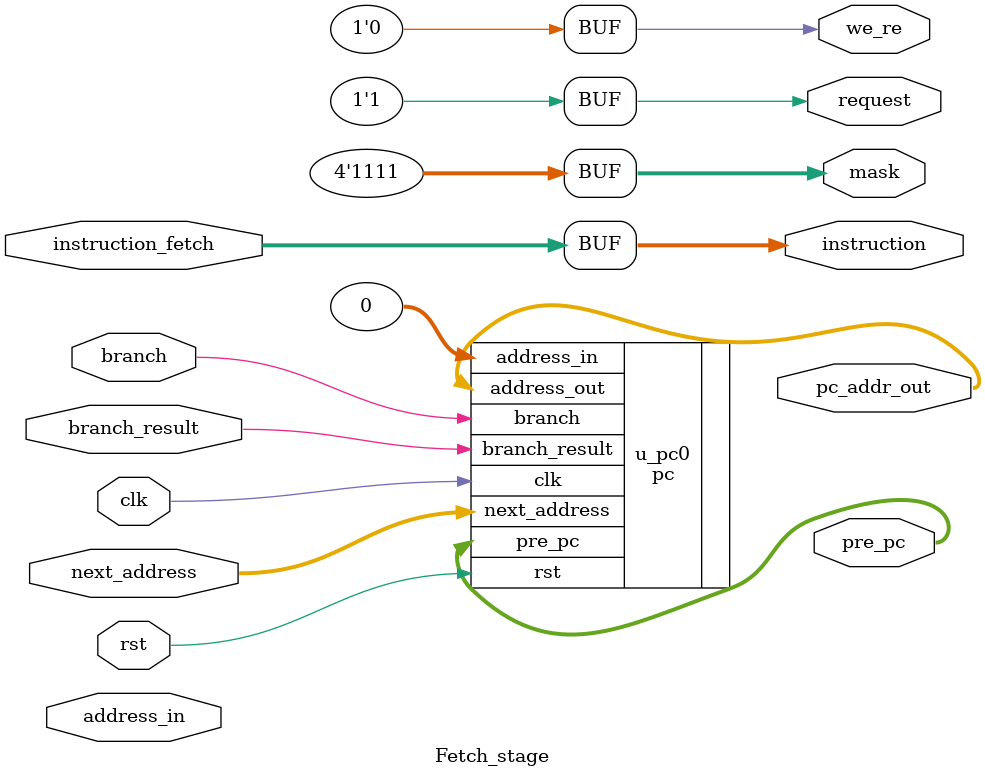
<source format=sv>


module Fetch_stage
#
(
parameter INSTRUCTION =32,
parameter ADDRESS=32
)
(
   input  clk,
   input  rst,
/* verilator lint_off UNUSED */
   input  [ADDRESS-1:0] address_in,
   input  [ADDRESS-1:0] next_address,
   input  [INSTRUCTION-1:0] instruction_fetch,
   input  branch,
   input  branch_result,

   output logic request,
   output logic we_re,
   output logic [3:0]mask,
   output logic [INSTRUCTION-1:0] instruction,
   output logic [ADDRESS-1:0] pre_pc,
   output logic [ADDRESS-1:0] pc_addr_out
   );
        // PROGRAM COUNTER
pc u_pc0 
(
    .clk(clk),
    .rst(rst),
/* verilator lint_off UNUSED */
    .address_in(0),
    .next_address(next_address),
    .pre_pc(pre_pc),
    .branch(branch),
    .branch_result(branch_result),
    .address_out(pc_addr_out)
);



    always_comb begin
        instruction = instruction_fetch ;
        mask = 4'b1111;
        request = 1;
        we_re   = 0;
    end

endmodule

</source>
